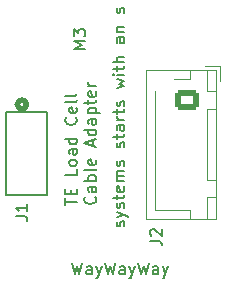
<source format=gbr>
G04 #@! TF.GenerationSoftware,KiCad,Pcbnew,7.0.8*
G04 #@! TF.CreationDate,2024-01-21T00:49:53-07:00*
G04 #@! TF.ProjectId,loadcelladapter,6c6f6164-6365-46c6-9c61-646170746572,v1*
G04 #@! TF.SameCoordinates,Original*
G04 #@! TF.FileFunction,Legend,Top*
G04 #@! TF.FilePolarity,Positive*
%FSLAX46Y46*%
G04 Gerber Fmt 4.6, Leading zero omitted, Abs format (unit mm)*
G04 Created by KiCad (PCBNEW 7.0.8) date 2024-01-21 00:49:53*
%MOMM*%
%LPD*%
G01*
G04 APERTURE LIST*
G04 Aperture macros list*
%AMRoundRect*
0 Rectangle with rounded corners*
0 $1 Rounding radius*
0 $2 $3 $4 $5 $6 $7 $8 $9 X,Y pos of 4 corners*
0 Add a 4 corners polygon primitive as box body*
4,1,4,$2,$3,$4,$5,$6,$7,$8,$9,$2,$3,0*
0 Add four circle primitives for the rounded corners*
1,1,$1+$1,$2,$3*
1,1,$1+$1,$4,$5*
1,1,$1+$1,$6,$7*
1,1,$1+$1,$8,$9*
0 Add four rect primitives between the rounded corners*
20,1,$1+$1,$2,$3,$4,$5,0*
20,1,$1+$1,$4,$5,$6,$7,0*
20,1,$1+$1,$6,$7,$8,$9,0*
20,1,$1+$1,$8,$9,$2,$3,0*%
G04 Aperture macros list end*
%ADD10C,0.150000*%
%ADD11C,0.120000*%
%ADD12C,0.152400*%
%ADD13C,0.508000*%
%ADD14C,3.200000*%
%ADD15C,1.200000*%
%ADD16RoundRect,0.250000X-0.725000X0.600000X-0.725000X-0.600000X0.725000X-0.600000X0.725000X0.600000X0*%
%ADD17O,1.950000X1.700000*%
%ADD18C,1.100000*%
G04 APERTURE END LIST*
D10*
X144741541Y-128769819D02*
X144979636Y-129769819D01*
X144979636Y-129769819D02*
X145170112Y-129055533D01*
X145170112Y-129055533D02*
X145360588Y-129769819D01*
X145360588Y-129769819D02*
X145598684Y-128769819D01*
X146408207Y-129769819D02*
X146408207Y-129246009D01*
X146408207Y-129246009D02*
X146360588Y-129150771D01*
X146360588Y-129150771D02*
X146265350Y-129103152D01*
X146265350Y-129103152D02*
X146074874Y-129103152D01*
X146074874Y-129103152D02*
X145979636Y-129150771D01*
X146408207Y-129722200D02*
X146312969Y-129769819D01*
X146312969Y-129769819D02*
X146074874Y-129769819D01*
X146074874Y-129769819D02*
X145979636Y-129722200D01*
X145979636Y-129722200D02*
X145932017Y-129626961D01*
X145932017Y-129626961D02*
X145932017Y-129531723D01*
X145932017Y-129531723D02*
X145979636Y-129436485D01*
X145979636Y-129436485D02*
X146074874Y-129388866D01*
X146074874Y-129388866D02*
X146312969Y-129388866D01*
X146312969Y-129388866D02*
X146408207Y-129341247D01*
X146789160Y-129103152D02*
X147027255Y-129769819D01*
X147265350Y-129103152D02*
X147027255Y-129769819D01*
X147027255Y-129769819D02*
X146932017Y-130007914D01*
X146932017Y-130007914D02*
X146884398Y-130055533D01*
X146884398Y-130055533D02*
X146789160Y-130103152D01*
X147551065Y-128769819D02*
X147789160Y-129769819D01*
X147789160Y-129769819D02*
X147979636Y-129055533D01*
X147979636Y-129055533D02*
X148170112Y-129769819D01*
X148170112Y-129769819D02*
X148408208Y-128769819D01*
X149217731Y-129769819D02*
X149217731Y-129246009D01*
X149217731Y-129246009D02*
X149170112Y-129150771D01*
X149170112Y-129150771D02*
X149074874Y-129103152D01*
X149074874Y-129103152D02*
X148884398Y-129103152D01*
X148884398Y-129103152D02*
X148789160Y-129150771D01*
X149217731Y-129722200D02*
X149122493Y-129769819D01*
X149122493Y-129769819D02*
X148884398Y-129769819D01*
X148884398Y-129769819D02*
X148789160Y-129722200D01*
X148789160Y-129722200D02*
X148741541Y-129626961D01*
X148741541Y-129626961D02*
X148741541Y-129531723D01*
X148741541Y-129531723D02*
X148789160Y-129436485D01*
X148789160Y-129436485D02*
X148884398Y-129388866D01*
X148884398Y-129388866D02*
X149122493Y-129388866D01*
X149122493Y-129388866D02*
X149217731Y-129341247D01*
X149598684Y-129103152D02*
X149836779Y-129769819D01*
X150074874Y-129103152D02*
X149836779Y-129769819D01*
X149836779Y-129769819D02*
X149741541Y-130007914D01*
X149741541Y-130007914D02*
X149693922Y-130055533D01*
X149693922Y-130055533D02*
X149598684Y-130103152D01*
X150360589Y-128769819D02*
X150598684Y-129769819D01*
X150598684Y-129769819D02*
X150789160Y-129055533D01*
X150789160Y-129055533D02*
X150979636Y-129769819D01*
X150979636Y-129769819D02*
X151217732Y-128769819D01*
X152027255Y-129769819D02*
X152027255Y-129246009D01*
X152027255Y-129246009D02*
X151979636Y-129150771D01*
X151979636Y-129150771D02*
X151884398Y-129103152D01*
X151884398Y-129103152D02*
X151693922Y-129103152D01*
X151693922Y-129103152D02*
X151598684Y-129150771D01*
X152027255Y-129722200D02*
X151932017Y-129769819D01*
X151932017Y-129769819D02*
X151693922Y-129769819D01*
X151693922Y-129769819D02*
X151598684Y-129722200D01*
X151598684Y-129722200D02*
X151551065Y-129626961D01*
X151551065Y-129626961D02*
X151551065Y-129531723D01*
X151551065Y-129531723D02*
X151598684Y-129436485D01*
X151598684Y-129436485D02*
X151693922Y-129388866D01*
X151693922Y-129388866D02*
X151932017Y-129388866D01*
X151932017Y-129388866D02*
X152027255Y-129341247D01*
X152408208Y-129103152D02*
X152646303Y-129769819D01*
X152884398Y-129103152D02*
X152646303Y-129769819D01*
X152646303Y-129769819D02*
X152551065Y-130007914D01*
X152551065Y-130007914D02*
X152503446Y-130055533D01*
X152503446Y-130055533D02*
X152408208Y-130103152D01*
X145869819Y-110663220D02*
X144869819Y-110663220D01*
X144869819Y-110663220D02*
X145584104Y-110329887D01*
X145584104Y-110329887D02*
X144869819Y-109996554D01*
X144869819Y-109996554D02*
X145869819Y-109996554D01*
X144869819Y-109615601D02*
X144869819Y-108996554D01*
X144869819Y-108996554D02*
X145250771Y-109329887D01*
X145250771Y-109329887D02*
X145250771Y-109187030D01*
X145250771Y-109187030D02*
X145298390Y-109091792D01*
X145298390Y-109091792D02*
X145346009Y-109044173D01*
X145346009Y-109044173D02*
X145441247Y-108996554D01*
X145441247Y-108996554D02*
X145679342Y-108996554D01*
X145679342Y-108996554D02*
X145774580Y-109044173D01*
X145774580Y-109044173D02*
X145822200Y-109091792D01*
X145822200Y-109091792D02*
X145869819Y-109187030D01*
X145869819Y-109187030D02*
X145869819Y-109472744D01*
X145869819Y-109472744D02*
X145822200Y-109567982D01*
X145822200Y-109567982D02*
X145774580Y-109615601D01*
X144159819Y-123906077D02*
X144159819Y-123334649D01*
X145159819Y-123620363D02*
X144159819Y-123620363D01*
X144636009Y-123001315D02*
X144636009Y-122667982D01*
X145159819Y-122525125D02*
X145159819Y-123001315D01*
X145159819Y-123001315D02*
X144159819Y-123001315D01*
X144159819Y-123001315D02*
X144159819Y-122525125D01*
X145159819Y-120858458D02*
X145159819Y-121334648D01*
X145159819Y-121334648D02*
X144159819Y-121334648D01*
X145159819Y-120382267D02*
X145112200Y-120477505D01*
X145112200Y-120477505D02*
X145064580Y-120525124D01*
X145064580Y-120525124D02*
X144969342Y-120572743D01*
X144969342Y-120572743D02*
X144683628Y-120572743D01*
X144683628Y-120572743D02*
X144588390Y-120525124D01*
X144588390Y-120525124D02*
X144540771Y-120477505D01*
X144540771Y-120477505D02*
X144493152Y-120382267D01*
X144493152Y-120382267D02*
X144493152Y-120239410D01*
X144493152Y-120239410D02*
X144540771Y-120144172D01*
X144540771Y-120144172D02*
X144588390Y-120096553D01*
X144588390Y-120096553D02*
X144683628Y-120048934D01*
X144683628Y-120048934D02*
X144969342Y-120048934D01*
X144969342Y-120048934D02*
X145064580Y-120096553D01*
X145064580Y-120096553D02*
X145112200Y-120144172D01*
X145112200Y-120144172D02*
X145159819Y-120239410D01*
X145159819Y-120239410D02*
X145159819Y-120382267D01*
X145159819Y-119191791D02*
X144636009Y-119191791D01*
X144636009Y-119191791D02*
X144540771Y-119239410D01*
X144540771Y-119239410D02*
X144493152Y-119334648D01*
X144493152Y-119334648D02*
X144493152Y-119525124D01*
X144493152Y-119525124D02*
X144540771Y-119620362D01*
X145112200Y-119191791D02*
X145159819Y-119287029D01*
X145159819Y-119287029D02*
X145159819Y-119525124D01*
X145159819Y-119525124D02*
X145112200Y-119620362D01*
X145112200Y-119620362D02*
X145016961Y-119667981D01*
X145016961Y-119667981D02*
X144921723Y-119667981D01*
X144921723Y-119667981D02*
X144826485Y-119620362D01*
X144826485Y-119620362D02*
X144778866Y-119525124D01*
X144778866Y-119525124D02*
X144778866Y-119287029D01*
X144778866Y-119287029D02*
X144731247Y-119191791D01*
X145159819Y-118287029D02*
X144159819Y-118287029D01*
X145112200Y-118287029D02*
X145159819Y-118382267D01*
X145159819Y-118382267D02*
X145159819Y-118572743D01*
X145159819Y-118572743D02*
X145112200Y-118667981D01*
X145112200Y-118667981D02*
X145064580Y-118715600D01*
X145064580Y-118715600D02*
X144969342Y-118763219D01*
X144969342Y-118763219D02*
X144683628Y-118763219D01*
X144683628Y-118763219D02*
X144588390Y-118715600D01*
X144588390Y-118715600D02*
X144540771Y-118667981D01*
X144540771Y-118667981D02*
X144493152Y-118572743D01*
X144493152Y-118572743D02*
X144493152Y-118382267D01*
X144493152Y-118382267D02*
X144540771Y-118287029D01*
X145064580Y-116477505D02*
X145112200Y-116525124D01*
X145112200Y-116525124D02*
X145159819Y-116667981D01*
X145159819Y-116667981D02*
X145159819Y-116763219D01*
X145159819Y-116763219D02*
X145112200Y-116906076D01*
X145112200Y-116906076D02*
X145016961Y-117001314D01*
X145016961Y-117001314D02*
X144921723Y-117048933D01*
X144921723Y-117048933D02*
X144731247Y-117096552D01*
X144731247Y-117096552D02*
X144588390Y-117096552D01*
X144588390Y-117096552D02*
X144397914Y-117048933D01*
X144397914Y-117048933D02*
X144302676Y-117001314D01*
X144302676Y-117001314D02*
X144207438Y-116906076D01*
X144207438Y-116906076D02*
X144159819Y-116763219D01*
X144159819Y-116763219D02*
X144159819Y-116667981D01*
X144159819Y-116667981D02*
X144207438Y-116525124D01*
X144207438Y-116525124D02*
X144255057Y-116477505D01*
X145112200Y-115667981D02*
X145159819Y-115763219D01*
X145159819Y-115763219D02*
X145159819Y-115953695D01*
X145159819Y-115953695D02*
X145112200Y-116048933D01*
X145112200Y-116048933D02*
X145016961Y-116096552D01*
X145016961Y-116096552D02*
X144636009Y-116096552D01*
X144636009Y-116096552D02*
X144540771Y-116048933D01*
X144540771Y-116048933D02*
X144493152Y-115953695D01*
X144493152Y-115953695D02*
X144493152Y-115763219D01*
X144493152Y-115763219D02*
X144540771Y-115667981D01*
X144540771Y-115667981D02*
X144636009Y-115620362D01*
X144636009Y-115620362D02*
X144731247Y-115620362D01*
X144731247Y-115620362D02*
X144826485Y-116096552D01*
X145159819Y-115048933D02*
X145112200Y-115144171D01*
X145112200Y-115144171D02*
X145016961Y-115191790D01*
X145016961Y-115191790D02*
X144159819Y-115191790D01*
X145159819Y-114525123D02*
X145112200Y-114620361D01*
X145112200Y-114620361D02*
X145016961Y-114667980D01*
X145016961Y-114667980D02*
X144159819Y-114667980D01*
X146674580Y-123191792D02*
X146722200Y-123239411D01*
X146722200Y-123239411D02*
X146769819Y-123382268D01*
X146769819Y-123382268D02*
X146769819Y-123477506D01*
X146769819Y-123477506D02*
X146722200Y-123620363D01*
X146722200Y-123620363D02*
X146626961Y-123715601D01*
X146626961Y-123715601D02*
X146531723Y-123763220D01*
X146531723Y-123763220D02*
X146341247Y-123810839D01*
X146341247Y-123810839D02*
X146198390Y-123810839D01*
X146198390Y-123810839D02*
X146007914Y-123763220D01*
X146007914Y-123763220D02*
X145912676Y-123715601D01*
X145912676Y-123715601D02*
X145817438Y-123620363D01*
X145817438Y-123620363D02*
X145769819Y-123477506D01*
X145769819Y-123477506D02*
X145769819Y-123382268D01*
X145769819Y-123382268D02*
X145817438Y-123239411D01*
X145817438Y-123239411D02*
X145865057Y-123191792D01*
X146769819Y-122334649D02*
X146246009Y-122334649D01*
X146246009Y-122334649D02*
X146150771Y-122382268D01*
X146150771Y-122382268D02*
X146103152Y-122477506D01*
X146103152Y-122477506D02*
X146103152Y-122667982D01*
X146103152Y-122667982D02*
X146150771Y-122763220D01*
X146722200Y-122334649D02*
X146769819Y-122429887D01*
X146769819Y-122429887D02*
X146769819Y-122667982D01*
X146769819Y-122667982D02*
X146722200Y-122763220D01*
X146722200Y-122763220D02*
X146626961Y-122810839D01*
X146626961Y-122810839D02*
X146531723Y-122810839D01*
X146531723Y-122810839D02*
X146436485Y-122763220D01*
X146436485Y-122763220D02*
X146388866Y-122667982D01*
X146388866Y-122667982D02*
X146388866Y-122429887D01*
X146388866Y-122429887D02*
X146341247Y-122334649D01*
X146769819Y-121858458D02*
X145769819Y-121858458D01*
X146150771Y-121858458D02*
X146103152Y-121763220D01*
X146103152Y-121763220D02*
X146103152Y-121572744D01*
X146103152Y-121572744D02*
X146150771Y-121477506D01*
X146150771Y-121477506D02*
X146198390Y-121429887D01*
X146198390Y-121429887D02*
X146293628Y-121382268D01*
X146293628Y-121382268D02*
X146579342Y-121382268D01*
X146579342Y-121382268D02*
X146674580Y-121429887D01*
X146674580Y-121429887D02*
X146722200Y-121477506D01*
X146722200Y-121477506D02*
X146769819Y-121572744D01*
X146769819Y-121572744D02*
X146769819Y-121763220D01*
X146769819Y-121763220D02*
X146722200Y-121858458D01*
X146769819Y-120810839D02*
X146722200Y-120906077D01*
X146722200Y-120906077D02*
X146626961Y-120953696D01*
X146626961Y-120953696D02*
X145769819Y-120953696D01*
X146722200Y-120048934D02*
X146769819Y-120144172D01*
X146769819Y-120144172D02*
X146769819Y-120334648D01*
X146769819Y-120334648D02*
X146722200Y-120429886D01*
X146722200Y-120429886D02*
X146626961Y-120477505D01*
X146626961Y-120477505D02*
X146246009Y-120477505D01*
X146246009Y-120477505D02*
X146150771Y-120429886D01*
X146150771Y-120429886D02*
X146103152Y-120334648D01*
X146103152Y-120334648D02*
X146103152Y-120144172D01*
X146103152Y-120144172D02*
X146150771Y-120048934D01*
X146150771Y-120048934D02*
X146246009Y-120001315D01*
X146246009Y-120001315D02*
X146341247Y-120001315D01*
X146341247Y-120001315D02*
X146436485Y-120477505D01*
X146484104Y-118858457D02*
X146484104Y-118382267D01*
X146769819Y-118953695D02*
X145769819Y-118620362D01*
X145769819Y-118620362D02*
X146769819Y-118287029D01*
X146769819Y-117525124D02*
X145769819Y-117525124D01*
X146722200Y-117525124D02*
X146769819Y-117620362D01*
X146769819Y-117620362D02*
X146769819Y-117810838D01*
X146769819Y-117810838D02*
X146722200Y-117906076D01*
X146722200Y-117906076D02*
X146674580Y-117953695D01*
X146674580Y-117953695D02*
X146579342Y-118001314D01*
X146579342Y-118001314D02*
X146293628Y-118001314D01*
X146293628Y-118001314D02*
X146198390Y-117953695D01*
X146198390Y-117953695D02*
X146150771Y-117906076D01*
X146150771Y-117906076D02*
X146103152Y-117810838D01*
X146103152Y-117810838D02*
X146103152Y-117620362D01*
X146103152Y-117620362D02*
X146150771Y-117525124D01*
X146769819Y-116620362D02*
X146246009Y-116620362D01*
X146246009Y-116620362D02*
X146150771Y-116667981D01*
X146150771Y-116667981D02*
X146103152Y-116763219D01*
X146103152Y-116763219D02*
X146103152Y-116953695D01*
X146103152Y-116953695D02*
X146150771Y-117048933D01*
X146722200Y-116620362D02*
X146769819Y-116715600D01*
X146769819Y-116715600D02*
X146769819Y-116953695D01*
X146769819Y-116953695D02*
X146722200Y-117048933D01*
X146722200Y-117048933D02*
X146626961Y-117096552D01*
X146626961Y-117096552D02*
X146531723Y-117096552D01*
X146531723Y-117096552D02*
X146436485Y-117048933D01*
X146436485Y-117048933D02*
X146388866Y-116953695D01*
X146388866Y-116953695D02*
X146388866Y-116715600D01*
X146388866Y-116715600D02*
X146341247Y-116620362D01*
X146103152Y-116144171D02*
X147103152Y-116144171D01*
X146150771Y-116144171D02*
X146103152Y-116048933D01*
X146103152Y-116048933D02*
X146103152Y-115858457D01*
X146103152Y-115858457D02*
X146150771Y-115763219D01*
X146150771Y-115763219D02*
X146198390Y-115715600D01*
X146198390Y-115715600D02*
X146293628Y-115667981D01*
X146293628Y-115667981D02*
X146579342Y-115667981D01*
X146579342Y-115667981D02*
X146674580Y-115715600D01*
X146674580Y-115715600D02*
X146722200Y-115763219D01*
X146722200Y-115763219D02*
X146769819Y-115858457D01*
X146769819Y-115858457D02*
X146769819Y-116048933D01*
X146769819Y-116048933D02*
X146722200Y-116144171D01*
X146103152Y-115382266D02*
X146103152Y-115001314D01*
X145769819Y-115239409D02*
X146626961Y-115239409D01*
X146626961Y-115239409D02*
X146722200Y-115191790D01*
X146722200Y-115191790D02*
X146769819Y-115096552D01*
X146769819Y-115096552D02*
X146769819Y-115001314D01*
X146722200Y-114287028D02*
X146769819Y-114382266D01*
X146769819Y-114382266D02*
X146769819Y-114572742D01*
X146769819Y-114572742D02*
X146722200Y-114667980D01*
X146722200Y-114667980D02*
X146626961Y-114715599D01*
X146626961Y-114715599D02*
X146246009Y-114715599D01*
X146246009Y-114715599D02*
X146150771Y-114667980D01*
X146150771Y-114667980D02*
X146103152Y-114572742D01*
X146103152Y-114572742D02*
X146103152Y-114382266D01*
X146103152Y-114382266D02*
X146150771Y-114287028D01*
X146150771Y-114287028D02*
X146246009Y-114239409D01*
X146246009Y-114239409D02*
X146341247Y-114239409D01*
X146341247Y-114239409D02*
X146436485Y-114715599D01*
X146769819Y-113810837D02*
X146103152Y-113810837D01*
X146293628Y-113810837D02*
X146198390Y-113763218D01*
X146198390Y-113763218D02*
X146150771Y-113715599D01*
X146150771Y-113715599D02*
X146103152Y-113620361D01*
X146103152Y-113620361D02*
X146103152Y-113525123D01*
X149122200Y-125710839D02*
X149169819Y-125615601D01*
X149169819Y-125615601D02*
X149169819Y-125425125D01*
X149169819Y-125425125D02*
X149122200Y-125329887D01*
X149122200Y-125329887D02*
X149026961Y-125282268D01*
X149026961Y-125282268D02*
X148979342Y-125282268D01*
X148979342Y-125282268D02*
X148884104Y-125329887D01*
X148884104Y-125329887D02*
X148836485Y-125425125D01*
X148836485Y-125425125D02*
X148836485Y-125567982D01*
X148836485Y-125567982D02*
X148788866Y-125663220D01*
X148788866Y-125663220D02*
X148693628Y-125710839D01*
X148693628Y-125710839D02*
X148646009Y-125710839D01*
X148646009Y-125710839D02*
X148550771Y-125663220D01*
X148550771Y-125663220D02*
X148503152Y-125567982D01*
X148503152Y-125567982D02*
X148503152Y-125425125D01*
X148503152Y-125425125D02*
X148550771Y-125329887D01*
X148503152Y-124948934D02*
X149169819Y-124710839D01*
X148503152Y-124472744D02*
X149169819Y-124710839D01*
X149169819Y-124710839D02*
X149407914Y-124806077D01*
X149407914Y-124806077D02*
X149455533Y-124853696D01*
X149455533Y-124853696D02*
X149503152Y-124948934D01*
X149122200Y-124139410D02*
X149169819Y-124044172D01*
X149169819Y-124044172D02*
X149169819Y-123853696D01*
X149169819Y-123853696D02*
X149122200Y-123758458D01*
X149122200Y-123758458D02*
X149026961Y-123710839D01*
X149026961Y-123710839D02*
X148979342Y-123710839D01*
X148979342Y-123710839D02*
X148884104Y-123758458D01*
X148884104Y-123758458D02*
X148836485Y-123853696D01*
X148836485Y-123853696D02*
X148836485Y-123996553D01*
X148836485Y-123996553D02*
X148788866Y-124091791D01*
X148788866Y-124091791D02*
X148693628Y-124139410D01*
X148693628Y-124139410D02*
X148646009Y-124139410D01*
X148646009Y-124139410D02*
X148550771Y-124091791D01*
X148550771Y-124091791D02*
X148503152Y-123996553D01*
X148503152Y-123996553D02*
X148503152Y-123853696D01*
X148503152Y-123853696D02*
X148550771Y-123758458D01*
X148503152Y-123425124D02*
X148503152Y-123044172D01*
X148169819Y-123282267D02*
X149026961Y-123282267D01*
X149026961Y-123282267D02*
X149122200Y-123234648D01*
X149122200Y-123234648D02*
X149169819Y-123139410D01*
X149169819Y-123139410D02*
X149169819Y-123044172D01*
X149122200Y-122329886D02*
X149169819Y-122425124D01*
X149169819Y-122425124D02*
X149169819Y-122615600D01*
X149169819Y-122615600D02*
X149122200Y-122710838D01*
X149122200Y-122710838D02*
X149026961Y-122758457D01*
X149026961Y-122758457D02*
X148646009Y-122758457D01*
X148646009Y-122758457D02*
X148550771Y-122710838D01*
X148550771Y-122710838D02*
X148503152Y-122615600D01*
X148503152Y-122615600D02*
X148503152Y-122425124D01*
X148503152Y-122425124D02*
X148550771Y-122329886D01*
X148550771Y-122329886D02*
X148646009Y-122282267D01*
X148646009Y-122282267D02*
X148741247Y-122282267D01*
X148741247Y-122282267D02*
X148836485Y-122758457D01*
X149169819Y-121853695D02*
X148503152Y-121853695D01*
X148598390Y-121853695D02*
X148550771Y-121806076D01*
X148550771Y-121806076D02*
X148503152Y-121710838D01*
X148503152Y-121710838D02*
X148503152Y-121567981D01*
X148503152Y-121567981D02*
X148550771Y-121472743D01*
X148550771Y-121472743D02*
X148646009Y-121425124D01*
X148646009Y-121425124D02*
X149169819Y-121425124D01*
X148646009Y-121425124D02*
X148550771Y-121377505D01*
X148550771Y-121377505D02*
X148503152Y-121282267D01*
X148503152Y-121282267D02*
X148503152Y-121139410D01*
X148503152Y-121139410D02*
X148550771Y-121044171D01*
X148550771Y-121044171D02*
X148646009Y-120996552D01*
X148646009Y-120996552D02*
X149169819Y-120996552D01*
X149122200Y-120567981D02*
X149169819Y-120472743D01*
X149169819Y-120472743D02*
X149169819Y-120282267D01*
X149169819Y-120282267D02*
X149122200Y-120187029D01*
X149122200Y-120187029D02*
X149026961Y-120139410D01*
X149026961Y-120139410D02*
X148979342Y-120139410D01*
X148979342Y-120139410D02*
X148884104Y-120187029D01*
X148884104Y-120187029D02*
X148836485Y-120282267D01*
X148836485Y-120282267D02*
X148836485Y-120425124D01*
X148836485Y-120425124D02*
X148788866Y-120520362D01*
X148788866Y-120520362D02*
X148693628Y-120567981D01*
X148693628Y-120567981D02*
X148646009Y-120567981D01*
X148646009Y-120567981D02*
X148550771Y-120520362D01*
X148550771Y-120520362D02*
X148503152Y-120425124D01*
X148503152Y-120425124D02*
X148503152Y-120282267D01*
X148503152Y-120282267D02*
X148550771Y-120187029D01*
X149122200Y-118996552D02*
X149169819Y-118901314D01*
X149169819Y-118901314D02*
X149169819Y-118710838D01*
X149169819Y-118710838D02*
X149122200Y-118615600D01*
X149122200Y-118615600D02*
X149026961Y-118567981D01*
X149026961Y-118567981D02*
X148979342Y-118567981D01*
X148979342Y-118567981D02*
X148884104Y-118615600D01*
X148884104Y-118615600D02*
X148836485Y-118710838D01*
X148836485Y-118710838D02*
X148836485Y-118853695D01*
X148836485Y-118853695D02*
X148788866Y-118948933D01*
X148788866Y-118948933D02*
X148693628Y-118996552D01*
X148693628Y-118996552D02*
X148646009Y-118996552D01*
X148646009Y-118996552D02*
X148550771Y-118948933D01*
X148550771Y-118948933D02*
X148503152Y-118853695D01*
X148503152Y-118853695D02*
X148503152Y-118710838D01*
X148503152Y-118710838D02*
X148550771Y-118615600D01*
X148503152Y-118282266D02*
X148503152Y-117901314D01*
X148169819Y-118139409D02*
X149026961Y-118139409D01*
X149026961Y-118139409D02*
X149122200Y-118091790D01*
X149122200Y-118091790D02*
X149169819Y-117996552D01*
X149169819Y-117996552D02*
X149169819Y-117901314D01*
X149169819Y-117139409D02*
X148646009Y-117139409D01*
X148646009Y-117139409D02*
X148550771Y-117187028D01*
X148550771Y-117187028D02*
X148503152Y-117282266D01*
X148503152Y-117282266D02*
X148503152Y-117472742D01*
X148503152Y-117472742D02*
X148550771Y-117567980D01*
X149122200Y-117139409D02*
X149169819Y-117234647D01*
X149169819Y-117234647D02*
X149169819Y-117472742D01*
X149169819Y-117472742D02*
X149122200Y-117567980D01*
X149122200Y-117567980D02*
X149026961Y-117615599D01*
X149026961Y-117615599D02*
X148931723Y-117615599D01*
X148931723Y-117615599D02*
X148836485Y-117567980D01*
X148836485Y-117567980D02*
X148788866Y-117472742D01*
X148788866Y-117472742D02*
X148788866Y-117234647D01*
X148788866Y-117234647D02*
X148741247Y-117139409D01*
X149169819Y-116663218D02*
X148503152Y-116663218D01*
X148693628Y-116663218D02*
X148598390Y-116615599D01*
X148598390Y-116615599D02*
X148550771Y-116567980D01*
X148550771Y-116567980D02*
X148503152Y-116472742D01*
X148503152Y-116472742D02*
X148503152Y-116377504D01*
X148503152Y-116187027D02*
X148503152Y-115806075D01*
X148169819Y-116044170D02*
X149026961Y-116044170D01*
X149026961Y-116044170D02*
X149122200Y-115996551D01*
X149122200Y-115996551D02*
X149169819Y-115901313D01*
X149169819Y-115901313D02*
X149169819Y-115806075D01*
X149122200Y-115520360D02*
X149169819Y-115425122D01*
X149169819Y-115425122D02*
X149169819Y-115234646D01*
X149169819Y-115234646D02*
X149122200Y-115139408D01*
X149122200Y-115139408D02*
X149026961Y-115091789D01*
X149026961Y-115091789D02*
X148979342Y-115091789D01*
X148979342Y-115091789D02*
X148884104Y-115139408D01*
X148884104Y-115139408D02*
X148836485Y-115234646D01*
X148836485Y-115234646D02*
X148836485Y-115377503D01*
X148836485Y-115377503D02*
X148788866Y-115472741D01*
X148788866Y-115472741D02*
X148693628Y-115520360D01*
X148693628Y-115520360D02*
X148646009Y-115520360D01*
X148646009Y-115520360D02*
X148550771Y-115472741D01*
X148550771Y-115472741D02*
X148503152Y-115377503D01*
X148503152Y-115377503D02*
X148503152Y-115234646D01*
X148503152Y-115234646D02*
X148550771Y-115139408D01*
X148503152Y-113996550D02*
X149169819Y-113806074D01*
X149169819Y-113806074D02*
X148693628Y-113615598D01*
X148693628Y-113615598D02*
X149169819Y-113425122D01*
X149169819Y-113425122D02*
X148503152Y-113234646D01*
X149169819Y-112853693D02*
X148503152Y-112853693D01*
X148169819Y-112853693D02*
X148217438Y-112901312D01*
X148217438Y-112901312D02*
X148265057Y-112853693D01*
X148265057Y-112853693D02*
X148217438Y-112806074D01*
X148217438Y-112806074D02*
X148169819Y-112853693D01*
X148169819Y-112853693D02*
X148265057Y-112853693D01*
X148503152Y-112520360D02*
X148503152Y-112139408D01*
X148169819Y-112377503D02*
X149026961Y-112377503D01*
X149026961Y-112377503D02*
X149122200Y-112329884D01*
X149122200Y-112329884D02*
X149169819Y-112234646D01*
X149169819Y-112234646D02*
X149169819Y-112139408D01*
X149169819Y-111806074D02*
X148169819Y-111806074D01*
X149169819Y-111377503D02*
X148646009Y-111377503D01*
X148646009Y-111377503D02*
X148550771Y-111425122D01*
X148550771Y-111425122D02*
X148503152Y-111520360D01*
X148503152Y-111520360D02*
X148503152Y-111663217D01*
X148503152Y-111663217D02*
X148550771Y-111758455D01*
X148550771Y-111758455D02*
X148598390Y-111806074D01*
X149169819Y-109710836D02*
X148646009Y-109710836D01*
X148646009Y-109710836D02*
X148550771Y-109758455D01*
X148550771Y-109758455D02*
X148503152Y-109853693D01*
X148503152Y-109853693D02*
X148503152Y-110044169D01*
X148503152Y-110044169D02*
X148550771Y-110139407D01*
X149122200Y-109710836D02*
X149169819Y-109806074D01*
X149169819Y-109806074D02*
X149169819Y-110044169D01*
X149169819Y-110044169D02*
X149122200Y-110139407D01*
X149122200Y-110139407D02*
X149026961Y-110187026D01*
X149026961Y-110187026D02*
X148931723Y-110187026D01*
X148931723Y-110187026D02*
X148836485Y-110139407D01*
X148836485Y-110139407D02*
X148788866Y-110044169D01*
X148788866Y-110044169D02*
X148788866Y-109806074D01*
X148788866Y-109806074D02*
X148741247Y-109710836D01*
X148503152Y-109234645D02*
X149169819Y-109234645D01*
X148598390Y-109234645D02*
X148550771Y-109187026D01*
X148550771Y-109187026D02*
X148503152Y-109091788D01*
X148503152Y-109091788D02*
X148503152Y-108948931D01*
X148503152Y-108948931D02*
X148550771Y-108853693D01*
X148550771Y-108853693D02*
X148646009Y-108806074D01*
X148646009Y-108806074D02*
X149169819Y-108806074D01*
X149122200Y-107615597D02*
X149169819Y-107520359D01*
X149169819Y-107520359D02*
X149169819Y-107329883D01*
X149169819Y-107329883D02*
X149122200Y-107234645D01*
X149122200Y-107234645D02*
X149026961Y-107187026D01*
X149026961Y-107187026D02*
X148979342Y-107187026D01*
X148979342Y-107187026D02*
X148884104Y-107234645D01*
X148884104Y-107234645D02*
X148836485Y-107329883D01*
X148836485Y-107329883D02*
X148836485Y-107472740D01*
X148836485Y-107472740D02*
X148788866Y-107567978D01*
X148788866Y-107567978D02*
X148693628Y-107615597D01*
X148693628Y-107615597D02*
X148646009Y-107615597D01*
X148646009Y-107615597D02*
X148550771Y-107567978D01*
X148550771Y-107567978D02*
X148503152Y-107472740D01*
X148503152Y-107472740D02*
X148503152Y-107329883D01*
X148503152Y-107329883D02*
X148550771Y-107234645D01*
X151354819Y-126933333D02*
X152069104Y-126933333D01*
X152069104Y-126933333D02*
X152211961Y-126980952D01*
X152211961Y-126980952D02*
X152307200Y-127076190D01*
X152307200Y-127076190D02*
X152354819Y-127219047D01*
X152354819Y-127219047D02*
X152354819Y-127314285D01*
X151450057Y-126504761D02*
X151402438Y-126457142D01*
X151402438Y-126457142D02*
X151354819Y-126361904D01*
X151354819Y-126361904D02*
X151354819Y-126123809D01*
X151354819Y-126123809D02*
X151402438Y-126028571D01*
X151402438Y-126028571D02*
X151450057Y-125980952D01*
X151450057Y-125980952D02*
X151545295Y-125933333D01*
X151545295Y-125933333D02*
X151640533Y-125933333D01*
X151640533Y-125933333D02*
X151783390Y-125980952D01*
X151783390Y-125980952D02*
X152354819Y-126552380D01*
X152354819Y-126552380D02*
X152354819Y-125933333D01*
X139954819Y-124833333D02*
X140669104Y-124833333D01*
X140669104Y-124833333D02*
X140811961Y-124880952D01*
X140811961Y-124880952D02*
X140907200Y-124976190D01*
X140907200Y-124976190D02*
X140954819Y-125119047D01*
X140954819Y-125119047D02*
X140954819Y-125214285D01*
X140954819Y-123833333D02*
X140954819Y-124404761D01*
X140954819Y-124119047D02*
X139954819Y-124119047D01*
X139954819Y-124119047D02*
X140097676Y-124214285D01*
X140097676Y-124214285D02*
X140192914Y-124309523D01*
X140192914Y-124309523D02*
X140240533Y-124404761D01*
D11*
X157250000Y-112150000D02*
X156000000Y-112150000D01*
X156960000Y-112440000D02*
X150990000Y-112440000D01*
X150990000Y-112440000D02*
X150990000Y-125060000D01*
X156950000Y-112450000D02*
X156200000Y-112450000D01*
X156200000Y-112450000D02*
X156200000Y-114250000D01*
X154700000Y-112450000D02*
X154700000Y-113200000D01*
X154700000Y-113200000D02*
X153360000Y-113200000D01*
X157250000Y-113400000D02*
X157250000Y-112150000D01*
X156950000Y-114250000D02*
X156950000Y-112450000D01*
X156200000Y-114250000D02*
X156950000Y-114250000D01*
X156950000Y-115750000D02*
X156200000Y-115750000D01*
X156200000Y-115750000D02*
X156200000Y-121750000D01*
X151750000Y-118750000D02*
X151750000Y-114260000D01*
X156950000Y-121750000D02*
X156950000Y-115750000D01*
X156200000Y-121750000D02*
X156950000Y-121750000D01*
X156950000Y-123250000D02*
X156200000Y-123250000D01*
X156200000Y-123250000D02*
X156200000Y-125050000D01*
X154700000Y-124300000D02*
X151750000Y-124300000D01*
X151750000Y-124300000D02*
X151750000Y-118750000D01*
X156950000Y-125050000D02*
X156950000Y-123250000D01*
X156200000Y-125050000D02*
X156950000Y-125050000D01*
X154700000Y-125050000D02*
X154700000Y-124300000D01*
X156960000Y-125060000D02*
X156960000Y-112440000D01*
X150990000Y-125060000D02*
X156960000Y-125060000D01*
D12*
X139168100Y-123035400D02*
X142622101Y-123035400D01*
X142622101Y-123035400D02*
X142622101Y-116031401D01*
X139168100Y-116031401D02*
X139168100Y-123035400D01*
X142622101Y-116031401D02*
X139168100Y-116031401D01*
D13*
X140876100Y-115396401D02*
G75*
G03*
X140876100Y-115396401I-381000J0D01*
G01*
%LPC*%
D14*
X142000000Y-110000000D03*
D15*
X152500000Y-113400000D03*
D16*
X154500000Y-115000000D03*
D17*
X154500000Y-117500000D03*
X154500000Y-120000000D03*
X154500000Y-122500000D03*
D18*
X140495100Y-117658400D03*
X140495100Y-118908400D03*
X140495100Y-120158400D03*
X140495100Y-121408400D03*
D14*
X142000000Y-128000000D03*
%LPD*%
M02*

</source>
